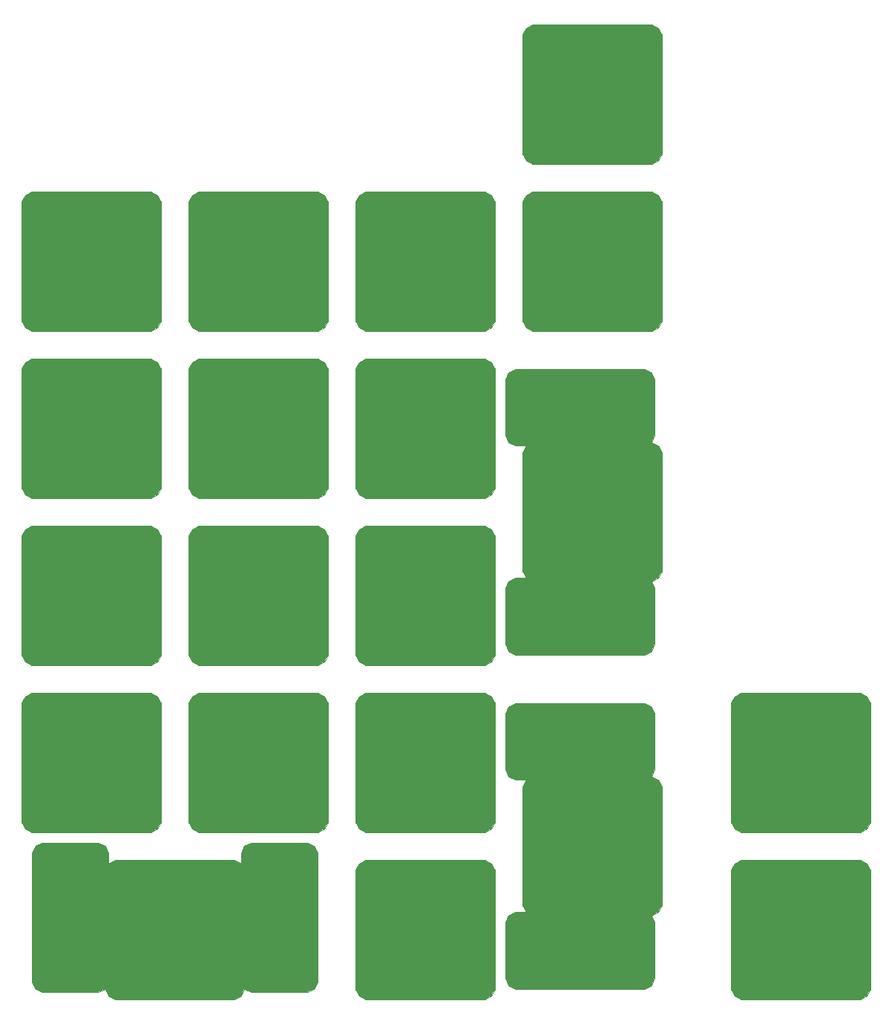
<source format=gbr>
%TF.GenerationSoftware,KiCad,Pcbnew,(5.1.10)-1*%
%TF.CreationDate,2021-11-21T22:53:37-05:00*%
%TF.ProjectId,numpad - plate,6e756d70-6164-4202-9d20-706c6174652e,rev?*%
%TF.SameCoordinates,Original*%
%TF.FileFunction,Soldermask,Top*%
%TF.FilePolarity,Negative*%
%FSLAX46Y46*%
G04 Gerber Fmt 4.6, Leading zero omitted, Abs format (unit mm)*
G04 Created by KiCad (PCBNEW (5.1.10)-1) date 2021-11-21 22:53:37*
%MOMM*%
%LPD*%
G01*
G04 APERTURE LIST*
%ADD10C,0.100000*%
G04 APERTURE END LIST*
D10*
G36*
X152787250Y-125404600D02*
G01*
X153184100Y-126198300D01*
X153184100Y-132547900D01*
X152787250Y-133341600D01*
X151993550Y-133738450D01*
X137310100Y-133738450D01*
X136516400Y-133341600D01*
X136119550Y-132547900D01*
X136119550Y-126198300D01*
X136516400Y-125404600D01*
X137310100Y-125007750D01*
X151993550Y-125007750D01*
X152787250Y-125404600D01*
G37*
X152787250Y-125404600D02*
X153184100Y-126198300D01*
X153184100Y-132547900D01*
X152787250Y-133341600D01*
X151993550Y-133738450D01*
X137310100Y-133738450D01*
X136516400Y-133341600D01*
X136119550Y-132547900D01*
X136119550Y-126198300D01*
X136516400Y-125404600D01*
X137310100Y-125007750D01*
X151993550Y-125007750D01*
X152787250Y-125404600D01*
G36*
X152787250Y-101593600D02*
G01*
X153184100Y-102387300D01*
X153184100Y-108736900D01*
X152787250Y-109530600D01*
X151993550Y-109927450D01*
X137310100Y-109927450D01*
X136516400Y-109530600D01*
X136119550Y-108736900D01*
X136119550Y-102387300D01*
X136516400Y-101593600D01*
X137310100Y-101196750D01*
X151993550Y-101196750D01*
X152787250Y-101593600D01*
G37*
X152787250Y-101593600D02*
X153184100Y-102387300D01*
X153184100Y-108736900D01*
X152787250Y-109530600D01*
X151993550Y-109927450D01*
X137310100Y-109927450D01*
X136516400Y-109530600D01*
X136119550Y-108736900D01*
X136119550Y-102387300D01*
X136516400Y-101593600D01*
X137310100Y-101196750D01*
X151993550Y-101196750D01*
X152787250Y-101593600D01*
G36*
X105958950Y-157549450D02*
G01*
X106355800Y-158343150D01*
X106355800Y-171836050D01*
X105958950Y-172629750D01*
X105165250Y-173026600D01*
X91672350Y-173026600D01*
X90878650Y-172629750D01*
X90481800Y-171836050D01*
X90481800Y-158343150D01*
X90878650Y-157549450D01*
X91672350Y-157152600D01*
X105165250Y-157152600D01*
X105958950Y-157549450D01*
G37*
X105958950Y-157549450D02*
X106355800Y-158343150D01*
X106355800Y-171836050D01*
X105958950Y-172629750D01*
X105165250Y-173026600D01*
X91672350Y-173026600D01*
X90878650Y-172629750D01*
X90481800Y-171836050D01*
X90481800Y-158343150D01*
X90878650Y-157549450D01*
X91672350Y-157152600D01*
X105165250Y-157152600D01*
X105958950Y-157549450D01*
G36*
X90481800Y-155565200D02*
G01*
X90878650Y-156358900D01*
X90878650Y-171042350D01*
X90481800Y-171836050D01*
X89688100Y-172232900D01*
X83338500Y-172232900D01*
X82544800Y-171836050D01*
X82147950Y-171042350D01*
X82147950Y-156358900D01*
X82544800Y-155565200D01*
X83338500Y-155168350D01*
X89688100Y-155168350D01*
X90481800Y-155565200D01*
G37*
X90481800Y-155565200D02*
X90878650Y-156358900D01*
X90878650Y-171042350D01*
X90481800Y-171836050D01*
X89688100Y-172232900D01*
X83338500Y-172232900D01*
X82544800Y-171836050D01*
X82147950Y-171042350D01*
X82147950Y-156358900D01*
X82544800Y-155565200D01*
X83338500Y-155168350D01*
X89688100Y-155168350D01*
X90481800Y-155565200D01*
G36*
X114292800Y-155565200D02*
G01*
X114689650Y-156358900D01*
X114689650Y-171042350D01*
X114292800Y-171836050D01*
X113499100Y-172232900D01*
X107149500Y-172232900D01*
X106355800Y-171836050D01*
X105958950Y-171042350D01*
X105958950Y-156358900D01*
X106355800Y-155565200D01*
X107149500Y-155168350D01*
X113499100Y-155168350D01*
X114292800Y-155565200D01*
G37*
X114292800Y-155565200D02*
X114689650Y-156358900D01*
X114689650Y-171042350D01*
X114292800Y-171836050D01*
X113499100Y-172232900D01*
X107149500Y-172232900D01*
X106355800Y-171836050D01*
X105958950Y-171042350D01*
X105958950Y-156358900D01*
X106355800Y-155565200D01*
X107149500Y-155168350D01*
X113499100Y-155168350D01*
X114292800Y-155565200D01*
G36*
X152787250Y-139691200D02*
G01*
X153184100Y-140484900D01*
X153184100Y-146834500D01*
X152787250Y-147628200D01*
X151993550Y-148025050D01*
X137310100Y-148025050D01*
X136516400Y-147628200D01*
X136119550Y-146834500D01*
X136119550Y-140484900D01*
X136516400Y-139691200D01*
X137310100Y-139294350D01*
X151993550Y-139294350D01*
X152787250Y-139691200D01*
G37*
X152787250Y-139691200D02*
X153184100Y-140484900D01*
X153184100Y-146834500D01*
X152787250Y-147628200D01*
X151993550Y-148025050D01*
X137310100Y-148025050D01*
X136516400Y-147628200D01*
X136119550Y-146834500D01*
X136119550Y-140484900D01*
X136516400Y-139691200D01*
X137310100Y-139294350D01*
X151993550Y-139294350D01*
X152787250Y-139691200D01*
G36*
X152787250Y-163502200D02*
G01*
X153184100Y-164295900D01*
X153184100Y-170645500D01*
X152787250Y-171439200D01*
X151993550Y-171836050D01*
X137310100Y-171836050D01*
X136516400Y-171439200D01*
X136119550Y-170645500D01*
X136119550Y-164295900D01*
X136516400Y-163502200D01*
X137310100Y-163105350D01*
X151993550Y-163105350D01*
X152787250Y-163502200D01*
G37*
X152787250Y-163502200D02*
X153184100Y-164295900D01*
X153184100Y-170645500D01*
X152787250Y-171439200D01*
X151993550Y-171836050D01*
X137310100Y-171836050D01*
X136516400Y-171439200D01*
X136119550Y-170645500D01*
X136119550Y-164295900D01*
X136516400Y-163502200D01*
X137310100Y-163105350D01*
X151993550Y-163105350D01*
X152787250Y-163502200D01*
G36*
X153580950Y-109927450D02*
G01*
X153977800Y-110721150D01*
X153977800Y-124214050D01*
X153580950Y-125007750D01*
X152787250Y-125404600D01*
X139294350Y-125404600D01*
X138500650Y-125007750D01*
X138103800Y-124214050D01*
X138103800Y-110721150D01*
X138500650Y-109927450D01*
X139294350Y-109530600D01*
X152787250Y-109530600D01*
X153580950Y-109927450D01*
G37*
X153580950Y-109927450D02*
X153977800Y-110721150D01*
X153977800Y-124214050D01*
X153580950Y-125007750D01*
X152787250Y-125404600D01*
X139294350Y-125404600D01*
X138500650Y-125007750D01*
X138103800Y-124214050D01*
X138103800Y-110721150D01*
X138500650Y-109927450D01*
X139294350Y-109530600D01*
X152787250Y-109530600D01*
X153580950Y-109927450D01*
G36*
X153580950Y-148025050D02*
G01*
X153977800Y-148818750D01*
X153977800Y-162311650D01*
X153580950Y-163105350D01*
X152787250Y-163502200D01*
X139294350Y-163502200D01*
X138500650Y-163105350D01*
X138103800Y-162311650D01*
X138103800Y-148818750D01*
X138500650Y-148025050D01*
X139294350Y-147628200D01*
X152787250Y-147628200D01*
X153580950Y-148025050D01*
G37*
X153580950Y-148025050D02*
X153977800Y-148818750D01*
X153977800Y-162311650D01*
X153580950Y-163105350D01*
X152787250Y-163502200D01*
X139294350Y-163502200D01*
X138500650Y-163105350D01*
X138103800Y-162311650D01*
X138103800Y-148818750D01*
X138500650Y-148025050D01*
X139294350Y-147628200D01*
X152787250Y-147628200D01*
X153580950Y-148025050D01*
G36*
X134532150Y-157549450D02*
G01*
X134929000Y-158343150D01*
X134929000Y-171836050D01*
X134532150Y-172629750D01*
X133738450Y-173026600D01*
X120245550Y-173026600D01*
X119451850Y-172629750D01*
X119055000Y-171836050D01*
X119055000Y-158343150D01*
X119451850Y-157549450D01*
X120245550Y-157152600D01*
X133738450Y-157152600D01*
X134532150Y-157549450D01*
G37*
X134532150Y-157549450D02*
X134929000Y-158343150D01*
X134929000Y-171836050D01*
X134532150Y-172629750D01*
X133738450Y-173026600D01*
X120245550Y-173026600D01*
X119451850Y-172629750D01*
X119055000Y-171836050D01*
X119055000Y-158343150D01*
X119451850Y-157549450D01*
X120245550Y-157152600D01*
X133738450Y-157152600D01*
X134532150Y-157549450D01*
G36*
X177391950Y-157549450D02*
G01*
X177788800Y-158343150D01*
X177788800Y-171836050D01*
X177391950Y-172629750D01*
X176598250Y-173026600D01*
X163105350Y-173026600D01*
X162311650Y-172629750D01*
X161914800Y-171836050D01*
X161914800Y-158343150D01*
X162311650Y-157549450D01*
X163105350Y-157152600D01*
X176598250Y-157152600D01*
X177391950Y-157549450D01*
G37*
X177391950Y-157549450D02*
X177788800Y-158343150D01*
X177788800Y-171836050D01*
X177391950Y-172629750D01*
X176598250Y-173026600D01*
X163105350Y-173026600D01*
X162311650Y-172629750D01*
X161914800Y-171836050D01*
X161914800Y-158343150D01*
X162311650Y-157549450D01*
X163105350Y-157152600D01*
X176598250Y-157152600D01*
X177391950Y-157549450D01*
G36*
X177391950Y-138500650D02*
G01*
X177788800Y-139294350D01*
X177788800Y-152787250D01*
X177391950Y-153580950D01*
X176598250Y-153977800D01*
X163105350Y-153977800D01*
X162311650Y-153580950D01*
X161914800Y-152787250D01*
X161914800Y-139294350D01*
X162311650Y-138500650D01*
X163105350Y-138103800D01*
X176598250Y-138103800D01*
X177391950Y-138500650D01*
G37*
X177391950Y-138500650D02*
X177788800Y-139294350D01*
X177788800Y-152787250D01*
X177391950Y-153580950D01*
X176598250Y-153977800D01*
X163105350Y-153977800D01*
X162311650Y-153580950D01*
X161914800Y-152787250D01*
X161914800Y-139294350D01*
X162311650Y-138500650D01*
X163105350Y-138103800D01*
X176598250Y-138103800D01*
X177391950Y-138500650D01*
G36*
X153580950Y-62305450D02*
G01*
X153977800Y-63099150D01*
X153977800Y-76592050D01*
X153580950Y-77385750D01*
X152787250Y-77782600D01*
X139294350Y-77782600D01*
X138500650Y-77385750D01*
X138103800Y-76592050D01*
X138103800Y-63099150D01*
X138500650Y-62305450D01*
X139294350Y-61908600D01*
X152787250Y-61908600D01*
X153580950Y-62305450D01*
G37*
X153580950Y-62305450D02*
X153977800Y-63099150D01*
X153977800Y-76592050D01*
X153580950Y-77385750D01*
X152787250Y-77782600D01*
X139294350Y-77782600D01*
X138500650Y-77385750D01*
X138103800Y-76592050D01*
X138103800Y-63099150D01*
X138500650Y-62305450D01*
X139294350Y-61908600D01*
X152787250Y-61908600D01*
X153580950Y-62305450D01*
G36*
X153580950Y-81354250D02*
G01*
X153977800Y-82147950D01*
X153977800Y-95640850D01*
X153580950Y-96434550D01*
X152787250Y-96831400D01*
X139294350Y-96831400D01*
X138500650Y-96434550D01*
X138103800Y-95640850D01*
X138103800Y-82147950D01*
X138500650Y-81354250D01*
X139294350Y-80957400D01*
X152787250Y-80957400D01*
X153580950Y-81354250D01*
G37*
X153580950Y-81354250D02*
X153977800Y-82147950D01*
X153977800Y-95640850D01*
X153580950Y-96434550D01*
X152787250Y-96831400D01*
X139294350Y-96831400D01*
X138500650Y-96434550D01*
X138103800Y-95640850D01*
X138103800Y-82147950D01*
X138500650Y-81354250D01*
X139294350Y-80957400D01*
X152787250Y-80957400D01*
X153580950Y-81354250D01*
G36*
X134532150Y-138500650D02*
G01*
X134929000Y-139294350D01*
X134929000Y-152787250D01*
X134532150Y-153580950D01*
X133738450Y-153977800D01*
X120245550Y-153977800D01*
X119451850Y-153580950D01*
X119055000Y-152787250D01*
X119055000Y-139294350D01*
X119451850Y-138500650D01*
X120245550Y-138103800D01*
X133738450Y-138103800D01*
X134532150Y-138500650D01*
G37*
X134532150Y-138500650D02*
X134929000Y-139294350D01*
X134929000Y-152787250D01*
X134532150Y-153580950D01*
X133738450Y-153977800D01*
X120245550Y-153977800D01*
X119451850Y-153580950D01*
X119055000Y-152787250D01*
X119055000Y-139294350D01*
X119451850Y-138500650D01*
X120245550Y-138103800D01*
X133738450Y-138103800D01*
X134532150Y-138500650D01*
G36*
X134532150Y-119451850D02*
G01*
X134929000Y-120245550D01*
X134929000Y-133738450D01*
X134532150Y-134532150D01*
X133738450Y-134929000D01*
X120245550Y-134929000D01*
X119451850Y-134532150D01*
X119055000Y-133738450D01*
X119055000Y-120245550D01*
X119451850Y-119451850D01*
X120245550Y-119055000D01*
X133738450Y-119055000D01*
X134532150Y-119451850D01*
G37*
X134532150Y-119451850D02*
X134929000Y-120245550D01*
X134929000Y-133738450D01*
X134532150Y-134532150D01*
X133738450Y-134929000D01*
X120245550Y-134929000D01*
X119451850Y-134532150D01*
X119055000Y-133738450D01*
X119055000Y-120245550D01*
X119451850Y-119451850D01*
X120245550Y-119055000D01*
X133738450Y-119055000D01*
X134532150Y-119451850D01*
G36*
X134532150Y-100403050D02*
G01*
X134929000Y-101196750D01*
X134929000Y-114689650D01*
X134532150Y-115483350D01*
X133738450Y-115880200D01*
X120245550Y-115880200D01*
X119451850Y-115483350D01*
X119055000Y-114689650D01*
X119055000Y-101196750D01*
X119451850Y-100403050D01*
X120245550Y-100006200D01*
X133738450Y-100006200D01*
X134532150Y-100403050D01*
G37*
X134532150Y-100403050D02*
X134929000Y-101196750D01*
X134929000Y-114689650D01*
X134532150Y-115483350D01*
X133738450Y-115880200D01*
X120245550Y-115880200D01*
X119451850Y-115483350D01*
X119055000Y-114689650D01*
X119055000Y-101196750D01*
X119451850Y-100403050D01*
X120245550Y-100006200D01*
X133738450Y-100006200D01*
X134532150Y-100403050D01*
G36*
X134532150Y-81354250D02*
G01*
X134929000Y-82147950D01*
X134929000Y-95640850D01*
X134532150Y-96434550D01*
X133738450Y-96831400D01*
X120245550Y-96831400D01*
X119451850Y-96434550D01*
X119055000Y-95640850D01*
X119055000Y-82147950D01*
X119451850Y-81354250D01*
X120245550Y-80957400D01*
X133738450Y-80957400D01*
X134532150Y-81354250D01*
G37*
X134532150Y-81354250D02*
X134929000Y-82147950D01*
X134929000Y-95640850D01*
X134532150Y-96434550D01*
X133738450Y-96831400D01*
X120245550Y-96831400D01*
X119451850Y-96434550D01*
X119055000Y-95640850D01*
X119055000Y-82147950D01*
X119451850Y-81354250D01*
X120245550Y-80957400D01*
X133738450Y-80957400D01*
X134532150Y-81354250D01*
G36*
X96434550Y-138500650D02*
G01*
X96831400Y-139294350D01*
X96831400Y-152787250D01*
X96434550Y-153580950D01*
X95640850Y-153977800D01*
X82147950Y-153977800D01*
X81354250Y-153580950D01*
X80957400Y-152787250D01*
X80957400Y-139294350D01*
X81354250Y-138500650D01*
X82147950Y-138103800D01*
X95640850Y-138103800D01*
X96434550Y-138500650D01*
G37*
X96434550Y-138500650D02*
X96831400Y-139294350D01*
X96831400Y-152787250D01*
X96434550Y-153580950D01*
X95640850Y-153977800D01*
X82147950Y-153977800D01*
X81354250Y-153580950D01*
X80957400Y-152787250D01*
X80957400Y-139294350D01*
X81354250Y-138500650D01*
X82147950Y-138103800D01*
X95640850Y-138103800D01*
X96434550Y-138500650D01*
G36*
X115483350Y-138500650D02*
G01*
X115880200Y-139294350D01*
X115880200Y-152787250D01*
X115483350Y-153580950D01*
X114689650Y-153977800D01*
X101196750Y-153977800D01*
X100403050Y-153580950D01*
X100006200Y-152787250D01*
X100006200Y-139294350D01*
X100403050Y-138500650D01*
X101196750Y-138103800D01*
X114689650Y-138103800D01*
X115483350Y-138500650D01*
G37*
X115483350Y-138500650D02*
X115880200Y-139294350D01*
X115880200Y-152787250D01*
X115483350Y-153580950D01*
X114689650Y-153977800D01*
X101196750Y-153977800D01*
X100403050Y-153580950D01*
X100006200Y-152787250D01*
X100006200Y-139294350D01*
X100403050Y-138500650D01*
X101196750Y-138103800D01*
X114689650Y-138103800D01*
X115483350Y-138500650D01*
G36*
X115483350Y-119451850D02*
G01*
X115880200Y-120245550D01*
X115880200Y-133738450D01*
X115483350Y-134532150D01*
X114689650Y-134929000D01*
X101196750Y-134929000D01*
X100403050Y-134532150D01*
X100006200Y-133738450D01*
X100006200Y-120245550D01*
X100403050Y-119451850D01*
X101196750Y-119055000D01*
X114689650Y-119055000D01*
X115483350Y-119451850D01*
G37*
X115483350Y-119451850D02*
X115880200Y-120245550D01*
X115880200Y-133738450D01*
X115483350Y-134532150D01*
X114689650Y-134929000D01*
X101196750Y-134929000D01*
X100403050Y-134532150D01*
X100006200Y-133738450D01*
X100006200Y-120245550D01*
X100403050Y-119451850D01*
X101196750Y-119055000D01*
X114689650Y-119055000D01*
X115483350Y-119451850D01*
G36*
X96434550Y-119451850D02*
G01*
X96831400Y-120245550D01*
X96831400Y-133738450D01*
X96434550Y-134532150D01*
X95640850Y-134929000D01*
X82147950Y-134929000D01*
X81354250Y-134532150D01*
X80957400Y-133738450D01*
X80957400Y-120245550D01*
X81354250Y-119451850D01*
X82147950Y-119055000D01*
X95640850Y-119055000D01*
X96434550Y-119451850D01*
G37*
X96434550Y-119451850D02*
X96831400Y-120245550D01*
X96831400Y-133738450D01*
X96434550Y-134532150D01*
X95640850Y-134929000D01*
X82147950Y-134929000D01*
X81354250Y-134532150D01*
X80957400Y-133738450D01*
X80957400Y-120245550D01*
X81354250Y-119451850D01*
X82147950Y-119055000D01*
X95640850Y-119055000D01*
X96434550Y-119451850D01*
G36*
X115483350Y-100403050D02*
G01*
X115880200Y-101196750D01*
X115880200Y-114689650D01*
X115483350Y-115483350D01*
X114689650Y-115880200D01*
X101196750Y-115880200D01*
X100403050Y-115483350D01*
X100006200Y-114689650D01*
X100006200Y-101196750D01*
X100403050Y-100403050D01*
X101196750Y-100006200D01*
X114689650Y-100006200D01*
X115483350Y-100403050D01*
G37*
X115483350Y-100403050D02*
X115880200Y-101196750D01*
X115880200Y-114689650D01*
X115483350Y-115483350D01*
X114689650Y-115880200D01*
X101196750Y-115880200D01*
X100403050Y-115483350D01*
X100006200Y-114689650D01*
X100006200Y-101196750D01*
X100403050Y-100403050D01*
X101196750Y-100006200D01*
X114689650Y-100006200D01*
X115483350Y-100403050D01*
G36*
X96434550Y-100403050D02*
G01*
X96831400Y-101196750D01*
X96831400Y-114689650D01*
X96434550Y-115483350D01*
X95640850Y-115880200D01*
X82147950Y-115880200D01*
X81354250Y-115483350D01*
X80957400Y-114689650D01*
X80957400Y-101196750D01*
X81354250Y-100403050D01*
X82147950Y-100006200D01*
X95640850Y-100006200D01*
X96434550Y-100403050D01*
G37*
X96434550Y-100403050D02*
X96831400Y-101196750D01*
X96831400Y-114689650D01*
X96434550Y-115483350D01*
X95640850Y-115880200D01*
X82147950Y-115880200D01*
X81354250Y-115483350D01*
X80957400Y-114689650D01*
X80957400Y-101196750D01*
X81354250Y-100403050D01*
X82147950Y-100006200D01*
X95640850Y-100006200D01*
X96434550Y-100403050D01*
G36*
X115483350Y-81354250D02*
G01*
X115880200Y-82147950D01*
X115880200Y-95640850D01*
X115483350Y-96434550D01*
X114689650Y-96831400D01*
X101196750Y-96831400D01*
X100403050Y-96434550D01*
X100006200Y-95640850D01*
X100006200Y-82147950D01*
X100403050Y-81354250D01*
X101196750Y-80957400D01*
X114689650Y-80957400D01*
X115483350Y-81354250D01*
G37*
X115483350Y-81354250D02*
X115880200Y-82147950D01*
X115880200Y-95640850D01*
X115483350Y-96434550D01*
X114689650Y-96831400D01*
X101196750Y-96831400D01*
X100403050Y-96434550D01*
X100006200Y-95640850D01*
X100006200Y-82147950D01*
X100403050Y-81354250D01*
X101196750Y-80957400D01*
X114689650Y-80957400D01*
X115483350Y-81354250D01*
G36*
X96434550Y-81354250D02*
G01*
X96831400Y-82147950D01*
X96831400Y-95640850D01*
X96434550Y-96434550D01*
X95640850Y-96831400D01*
X82147950Y-96831400D01*
X81354250Y-96434550D01*
X80957400Y-95640850D01*
X80957400Y-82147950D01*
X81354250Y-81354250D01*
X82147950Y-80957400D01*
X95640850Y-80957400D01*
X96434550Y-81354250D01*
G37*
X96434550Y-81354250D02*
X96831400Y-82147950D01*
X96831400Y-95640850D01*
X96434550Y-96434550D01*
X95640850Y-96831400D01*
X82147950Y-96831400D01*
X81354250Y-96434550D01*
X80957400Y-95640850D01*
X80957400Y-82147950D01*
X81354250Y-81354250D01*
X82147950Y-80957400D01*
X95640850Y-80957400D01*
X96434550Y-81354250D01*
M02*

</source>
